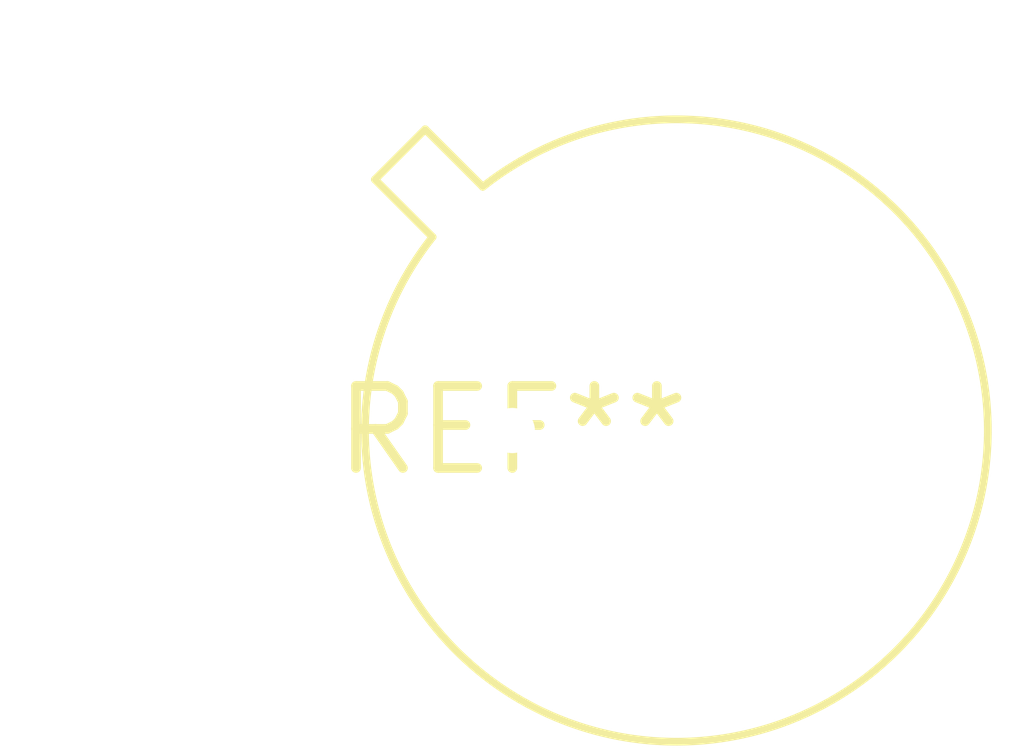
<source format=kicad_pcb>
(kicad_pcb (version 20240108) (generator pcbnew)
  (layers (0 "F.Cu" signal) (31 "B.Cu" signal) (34 "B.Paste" user) (35 "F.Paste" user) (36 "B.SilkS" user "B.Silkscreen") (37 "F.SilkS" user "F.Silkscreen") (38 "B.Mask" user) (39 "F.Mask" user) (44 "Edge.Cuts" user))
  (net 0 "")
  (footprint "TO-5-6_Window" (layer "F.Cu") (at 0 0)
    (property "Reference" "REF**")
    (property "Value" "TO-5-6_Window")
    (fp_line (start -2.125856 -3.888039) (end -1.234902 -2.997084) (layer "F.SilkS") (stroke (width 0.12)))
    (fp_line (start -1.348039 -4.665856) (end -2.125856 -3.888039) (layer "F.SilkS") (stroke (width 0.12)))
    (fp_line (start -0.457084 -3.774902) (end -1.348039 -4.665856) (layer "F.SilkS") (stroke (width 0.12)))
    (fp_arc (start -0.457084 -3.774902) (mid 5.948125 3.408384) (end -1.234674 -2.997371) (layer "F.SilkS") (stroke (width 0.12)))
    (pad "1" thru_hole oval (at 0 0) (size 1.6 1.2) (drill 0.7) (layers *.Cu *.Mask) (remove_unused_layers))
    (pad "2" thru_hole oval (at 0.743949 1.796051) (size 1.2 1.2) (drill 0.7) (layers *.Cu *.Mask) (remove_unused_layers))
    (pad "3" thru_hole oval (at 2.54 2.54) (size 1.2 1.2) (drill 0.7) (layers *.Cu *.Mask) (remove_unused_layers))
    (pad "4" thru_hole oval (at 5.08 0) (size 1.2 1.2) (drill 0.7) (layers *.Cu *.Mask) (remove_unused_layers))
    (pad "5" thru_hole oval (at 4.336051 -1.796051) (size 1.2 1.2) (drill 0.7) (layers *.Cu *.Mask) (remove_unused_layers))
    (pad "6" thru_hole oval (at 2.54 -2.54) (size 1.2 1.2) (drill 0.7) (layers *.Cu *.Mask) (remove_unused_layers))
  )
)
</source>
